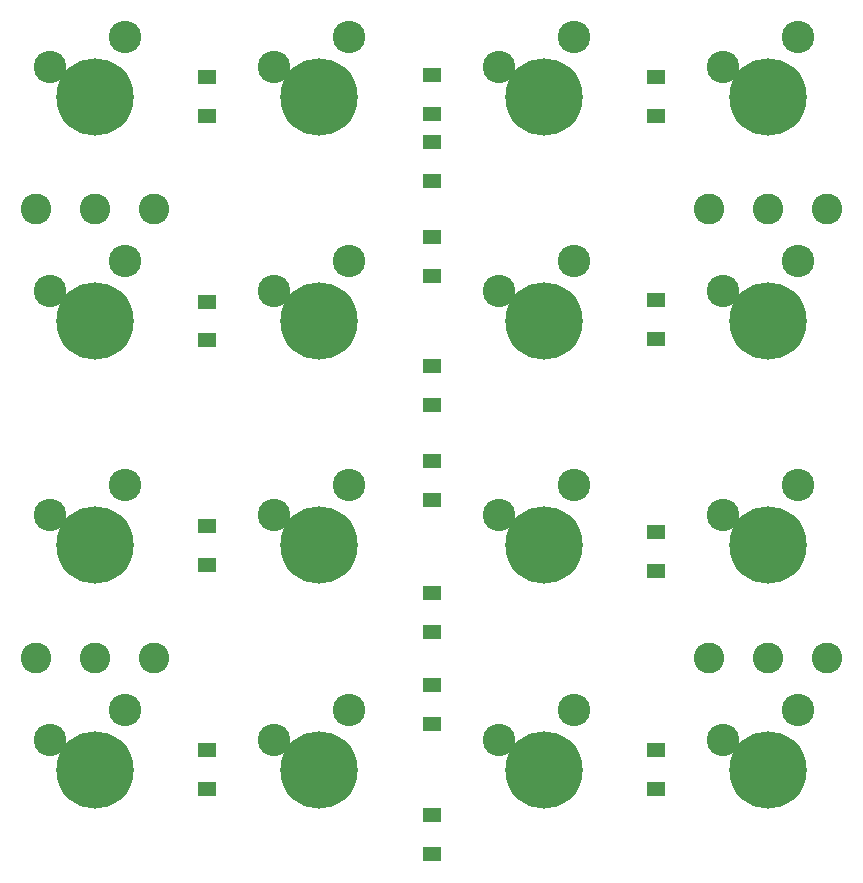
<source format=gbr>
G04 #@! TF.GenerationSoftware,KiCad,Pcbnew,(5.0.0)*
G04 #@! TF.CreationDate,2018-11-06T14:45:03+09:00*
G04 #@! TF.ProjectId,handheld_machine,68616E6468656C645F6D616368696E65,rev?*
G04 #@! TF.SameCoordinates,Original*
G04 #@! TF.FileFunction,Soldermask,Top*
G04 #@! TF.FilePolarity,Negative*
%FSLAX46Y46*%
G04 Gerber Fmt 4.6, Leading zero omitted, Abs format (unit mm)*
G04 Created by KiCad (PCBNEW (5.0.0)) date 11/06/18 14:45:03*
%MOMM*%
%LPD*%
G01*
G04 APERTURE LIST*
%ADD10C,2.600000*%
%ADD11R,1.600000X1.300000*%
%ADD12C,6.550000*%
%ADD13C,2.750000*%
G04 APERTURE END LIST*
D10*
G04 #@! TO.C,h13*
X114500000Y-93000000D03*
G04 #@! TD*
G04 #@! TO.C,h11*
X104500000Y-93000000D03*
G04 #@! TD*
G04 #@! TO.C,h33*
X114500000Y-131000000D03*
G04 #@! TD*
G04 #@! TO.C,h31*
X104500000Y-131000000D03*
G04 #@! TD*
G04 #@! TO.C,h41*
X161500000Y-131000000D03*
G04 #@! TD*
G04 #@! TO.C,h43*
X171500000Y-131000000D03*
G04 #@! TD*
G04 #@! TO.C,h21*
X161500000Y-93000000D03*
G04 #@! TD*
G04 #@! TO.C,h23*
X171500000Y-93000000D03*
G04 #@! TD*
D11*
G04 #@! TO.C,D1*
X119000000Y-81850000D03*
X119000000Y-85150000D03*
G04 #@! TD*
G04 #@! TO.C,D2*
X138000000Y-81700000D03*
X138000000Y-85000000D03*
G04 #@! TD*
G04 #@! TO.C,D3*
X138000000Y-90650000D03*
X138000000Y-87350000D03*
G04 #@! TD*
G04 #@! TO.C,D4*
X157000000Y-81850000D03*
X157000000Y-85150000D03*
G04 #@! TD*
G04 #@! TO.C,D5*
X119000000Y-104150000D03*
X119000000Y-100850000D03*
G04 #@! TD*
G04 #@! TO.C,D6*
X138000000Y-95350000D03*
X138000000Y-98650000D03*
G04 #@! TD*
G04 #@! TO.C,D7*
X138000000Y-109650000D03*
X138000000Y-106350000D03*
G04 #@! TD*
G04 #@! TO.C,D8*
X157000000Y-100700000D03*
X157000000Y-104000000D03*
G04 #@! TD*
G04 #@! TO.C,D9*
X119000000Y-123150000D03*
X119000000Y-119850000D03*
G04 #@! TD*
G04 #@! TO.C,D10*
X138000000Y-114350000D03*
X138000000Y-117650000D03*
G04 #@! TD*
G04 #@! TO.C,D11*
X138000000Y-128800000D03*
X138000000Y-125500000D03*
G04 #@! TD*
G04 #@! TO.C,D12*
X157000000Y-123650000D03*
X157000000Y-120350000D03*
G04 #@! TD*
G04 #@! TO.C,D13*
X119000000Y-142150000D03*
X119000000Y-138850000D03*
G04 #@! TD*
G04 #@! TO.C,D14*
X138000000Y-136650000D03*
X138000000Y-133350000D03*
G04 #@! TD*
G04 #@! TO.C,D15*
X138000000Y-144350000D03*
X138000000Y-147650000D03*
G04 #@! TD*
G04 #@! TO.C,D16*
X157000000Y-138850000D03*
X157000000Y-142150000D03*
G04 #@! TD*
D12*
G04 #@! TO.C,SW1*
X109500000Y-83500000D03*
D13*
X112040000Y-78420000D03*
X105690000Y-80960000D03*
G04 #@! TD*
G04 #@! TO.C,SW2*
X124690000Y-80960000D03*
X131040000Y-78420000D03*
D12*
X128500000Y-83500000D03*
G04 #@! TD*
G04 #@! TO.C,SW3*
X147500000Y-83500000D03*
D13*
X150040000Y-78420000D03*
X143690000Y-80960000D03*
G04 #@! TD*
D12*
G04 #@! TO.C,SW4*
X166500000Y-83500000D03*
D13*
X169040000Y-78420000D03*
X162690000Y-80960000D03*
G04 #@! TD*
G04 #@! TO.C,SW5*
X105690000Y-99960000D03*
X112040000Y-97420000D03*
D12*
X109500000Y-102500000D03*
G04 #@! TD*
D13*
G04 #@! TO.C,SW6*
X124690000Y-99960000D03*
X131040000Y-97420000D03*
D12*
X128500000Y-102500000D03*
G04 #@! TD*
G04 #@! TO.C,SW7*
X147500000Y-102500000D03*
D13*
X150040000Y-97420000D03*
X143690000Y-99960000D03*
G04 #@! TD*
D12*
G04 #@! TO.C,SW8*
X166500000Y-102500000D03*
D13*
X169040000Y-97420000D03*
X162690000Y-99960000D03*
G04 #@! TD*
G04 #@! TO.C,SW9*
X105690000Y-118960000D03*
X112040000Y-116420000D03*
D12*
X109500000Y-121500000D03*
G04 #@! TD*
D13*
G04 #@! TO.C,SW10*
X124690000Y-118960000D03*
X131040000Y-116420000D03*
D12*
X128500000Y-121500000D03*
G04 #@! TD*
G04 #@! TO.C,SW11*
X147500000Y-121500000D03*
D13*
X150040000Y-116420000D03*
X143690000Y-118960000D03*
G04 #@! TD*
G04 #@! TO.C,SW12*
X162690000Y-118960000D03*
X169040000Y-116420000D03*
D12*
X166500000Y-121500000D03*
G04 #@! TD*
G04 #@! TO.C,SW13*
X109500000Y-140500000D03*
D13*
X112040000Y-135420000D03*
X105690000Y-137960000D03*
G04 #@! TD*
G04 #@! TO.C,SW14*
X124690000Y-137960000D03*
X131040000Y-135420000D03*
D12*
X128500000Y-140500000D03*
G04 #@! TD*
G04 #@! TO.C,SW15*
X147500000Y-140500000D03*
D13*
X150040000Y-135420000D03*
X143690000Y-137960000D03*
G04 #@! TD*
G04 #@! TO.C,SW16*
X162690000Y-137960000D03*
X169040000Y-135420000D03*
D12*
X166500000Y-140500000D03*
G04 #@! TD*
D10*
G04 #@! TO.C,h2*
X166500000Y-93000000D03*
G04 #@! TD*
G04 #@! TO.C,h1*
X109500000Y-93000000D03*
G04 #@! TD*
G04 #@! TO.C,h4*
X166500000Y-131000000D03*
G04 #@! TD*
G04 #@! TO.C,h3*
X109500000Y-131000000D03*
G04 #@! TD*
M02*

</source>
